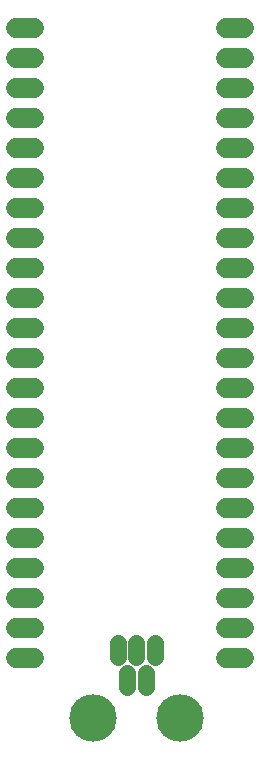
<source format=gbs>
G75*
G70*
%OFA0B0*%
%FSLAX24Y24*%
%IPPOS*%
%LPD*%
%AMOC8*
5,1,8,0,0,1.08239X$1,22.5*
%
%ADD10C,0.0680*%
%ADD11C,0.1580*%
%ADD12C,0.0556*%
D10*
X000610Y004781D02*
X001210Y004781D01*
X001210Y005781D02*
X000610Y005781D01*
X000610Y006781D02*
X001210Y006781D01*
X001210Y007781D02*
X000610Y007781D01*
X000610Y008781D02*
X001210Y008781D01*
X001210Y009781D02*
X000610Y009781D01*
X000610Y010781D02*
X001210Y010781D01*
X001210Y011781D02*
X000610Y011781D01*
X000610Y012781D02*
X001210Y012781D01*
X001210Y013781D02*
X000610Y013781D01*
X000610Y014781D02*
X001210Y014781D01*
X001210Y015781D02*
X000610Y015781D01*
X000610Y016781D02*
X001210Y016781D01*
X001210Y017781D02*
X000610Y017781D01*
X000610Y018781D02*
X001210Y018781D01*
X001210Y019781D02*
X000610Y019781D01*
X000610Y020781D02*
X001210Y020781D01*
X001210Y021781D02*
X000610Y021781D01*
X000610Y022781D02*
X001210Y022781D01*
X001210Y023781D02*
X000610Y023781D01*
X000610Y024781D02*
X001210Y024781D01*
X001210Y025781D02*
X000610Y025781D01*
X007610Y025781D02*
X008210Y025781D01*
X008210Y024781D02*
X007610Y024781D01*
X007610Y023781D02*
X008210Y023781D01*
X008210Y022781D02*
X007610Y022781D01*
X007610Y021781D02*
X008210Y021781D01*
X008210Y020781D02*
X007610Y020781D01*
X007610Y019781D02*
X008210Y019781D01*
X008210Y018781D02*
X007610Y018781D01*
X007610Y017781D02*
X008210Y017781D01*
X008210Y016781D02*
X007610Y016781D01*
X007610Y015781D02*
X008210Y015781D01*
X008210Y014781D02*
X007610Y014781D01*
X007610Y013781D02*
X008210Y013781D01*
X008210Y012781D02*
X007610Y012781D01*
X007610Y011781D02*
X008210Y011781D01*
X008210Y010781D02*
X007610Y010781D01*
X007610Y009781D02*
X008210Y009781D01*
X008210Y008781D02*
X007610Y008781D01*
X007610Y007781D02*
X008210Y007781D01*
X008210Y006781D02*
X007610Y006781D01*
X007610Y005781D02*
X008210Y005781D01*
X008210Y004781D02*
X007610Y004781D01*
D11*
X006047Y002780D03*
X003173Y002780D03*
D12*
X003980Y004808D02*
X003980Y005283D01*
X004295Y004296D02*
X004295Y003820D01*
X004610Y004808D02*
X004610Y005283D01*
X004925Y004296D02*
X004925Y003820D01*
X005240Y004808D02*
X005240Y005283D01*
M02*

</source>
